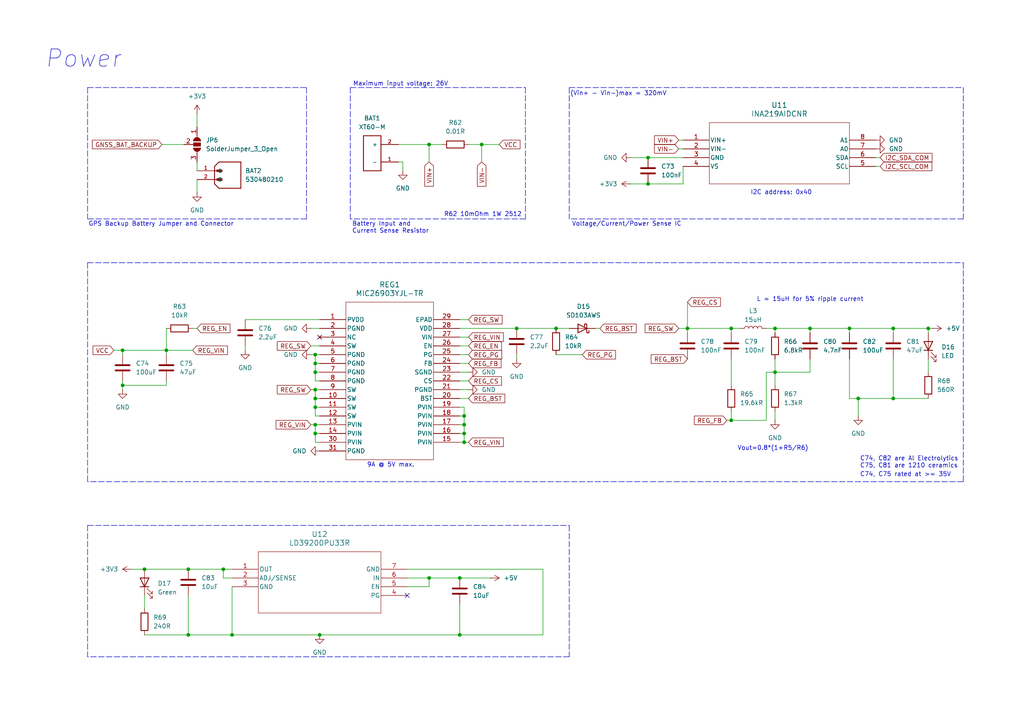
<source format=kicad_sch>
(kicad_sch (version 20231120) (generator "eeschema") (generator_version "8.0")
  (paper "A4")
  (title_block (title "Carte_Embarquée_CRAN_SEGULA") (date "28/03/2025") (rev "11/04/2025"))
  (lib_symbols
    (symbol "Capacitor_Unpolarized:C" (pin_numbers hide) (pin_names (offset 0.254))
      (property "Reference" "C" (at 0.635 2.54 0))
      (property "Value" "C" (at 0.635 -2.54 0))
      (symbol "C_0_1"
        (polyline (pts (xy -2.032 -0.762) (xy 2.032 -0.762)) (stroke (width 0.508)))
        (polyline (pts (xy -2.032 0.762) (xy 2.032 0.762)) (stroke (width 0.508)))
      )
      (symbol "C_1_1"
        (pin passive line (at 0 3.81 270) (length 2.794) (name "~") (number "1"))
        (pin passive line (at 0 -3.81 90) (length 2.794) (name "~") (number "2"))
      )
    )
    (symbol "INA219AIDCNR:INA219AIDCNR" (pin_names (offset 0.254))
      (property "Reference" "U" (at 27.94 10.16 0))
      (property "Value" "INA219AIDCNR" (at 27.94 7.62 0))
      (symbol "INA219AIDCNR_0_1"
        (polyline (pts (xy 7.62 -12.7) (xy 48.26 -12.7)) (stroke (width 0.127)))
        (polyline (pts (xy 7.62 5.08) (xy 7.62 -12.7)) (stroke (width 0.127)))
        (polyline (pts (xy 48.26 -12.7) (xy 48.26 5.08)) (stroke (width 0.127)))
        (polyline (pts (xy 48.26 5.08) (xy 7.62 5.08)) (stroke (width 0.127)))
        (pin input line (at 0 0 0) (length 7.62) (name "VIN+") (number "1"))
        (pin input line (at 0 -2.54 0) (length 7.62) (name "VIN-") (number "2"))
        (pin power_in line (at 0 -5.08 0) (length 7.62) (name "GND") (number "3"))
        (pin power_in line (at 0 -7.62 0) (length 7.62) (name "VS") (number "4"))
        (pin unspecified line (at 55.88 -7.62 180) (length 7.62) (name "SCL") (number "5"))
        (pin unspecified line (at 55.88 -5.08 180) (length 7.62) (name "SDA") (number "6"))
        (pin unspecified line (at 55.88 -2.54 180) (length 7.62) (name "A0") (number "7"))
        (pin unspecified line (at 55.88 0 180) (length 7.62) (name "A1") (number "8"))
      )
    )
    (symbol "Inductor:L" (pin_numbers hide) (pin_names (offset 1.016) hide)
      (property "Reference" "L" (at -1.27 0 90))
      (property "Value" "L" (at 1.905 0 90))
      (symbol "L_0_1"
        (arc (start 0 -2.54) (mid 0.6323 -1.905) (end 0 -1.27))
        (arc (start 0 -1.27) (mid 0.6323 -0.635) (end 0 0))
        (arc (start 0 0) (mid 0.6323 0.635) (end 0 1.27))
        (arc (start 0 1.27) (mid 0.6323 1.905) (end 0 2.54))
      )
      (symbol "L_1_1"
        (pin passive line (at 0 3.81 270) (length 1.27) (name "1") (number "1"))
        (pin passive line (at 0 -3.81 90) (length 1.27) (name "2") (number "2"))
      )
    )
    (symbol "LD39200PU33R:LD39200PU33R" (pin_names (offset 0.254))
      (property "Reference" "U" (at 25.4 10.16 0))
      (property "Value" "LD39200PU33R" (at 25.4 7.62 0))
      (symbol "LD39200PU33R_0_1"
        (polyline (pts (xy 7.62 -12.7) (xy 43.18 -12.7)) (stroke (width 0.127)))
        (polyline (pts (xy 7.62 5.08) (xy 7.62 -12.7)) (stroke (width 0.127)))
        (polyline (pts (xy 43.18 -12.7) (xy 43.18 5.08)) (stroke (width 0.127)))
        (polyline (pts (xy 43.18 5.08) (xy 7.62 5.08)) (stroke (width 0.127)))
        (pin output line (at 0 0 0) (length 7.62) (name "OUT") (number "1"))
        (pin unspecified line (at 0 -2.54 0) (length 7.62) (name "ADJ/SENSE") (number "2"))
        (pin power_out line (at 0 -5.08 0) (length 7.62) (name "GND") (number "3"))
        (pin unspecified line (at 50.8 -7.62 180) (length 7.62) (name "PG") (number "4"))
        (pin unspecified line (at 50.8 -5.08 180) (length 7.62) (name "EN") (number "5"))
        (pin power_in line (at 50.8 -2.54 180) (length 7.62) (name "IN") (number "6"))
        (pin power_out line (at 50.8 0 180) (length 7.62) (name "GND") (number "7"))
      )
    )
    (symbol "LED:LED" (pin_numbers hide) (pin_names (offset 1.016) hide)
      (property "Reference" "D" (at 0 2.54 0))
      (property "Value" "LED" (at 0 -2.54 0))
      (symbol "LED_0_1"
        (polyline (pts (xy -1.27 -1.27) (xy -1.27 1.27)) (stroke (width 0.254)))
        (polyline (pts (xy -1.27 0) (xy 1.27 0)))
        (polyline (pts (xy 1.27 -1.27) (xy 1.27 1.27) (xy -1.27 0) (xy 1.27 -1.27)) (stroke (width 0.254)))
        (polyline (pts (xy -3.048 -0.762) (xy -4.572 -2.286) (xy -3.81 -2.286) (xy -4.572 -2.286) (xy -4.572 -1.524)))
        (polyline (pts (xy -1.778 -0.762) (xy -3.302 -2.286) (xy -2.54 -2.286) (xy -3.302 -2.286) (xy -3.302 -1.524)))
      )
      (symbol "LED_1_1"
        (pin passive line (at -3.81 0 0) (length 2.54) (name "K") (number "1"))
        (pin passive line (at 3.81 0 180) (length 2.54) (name "A") (number "2"))
      )
    )
    (symbol "MIC26903YJL-TR:MIC26903YJL-TR" (pin_names (offset 0.254))
      (property "Reference" "REG" (at 20.32 10.16 0))
      (property "Value" "MIC26903YJL-TR" (at 20.32 7.62 0))
      (symbol "MIC26903YJL-TR_0_1"
        (polyline (pts (xy 7.62 -40.64) (xy 33.02 -40.64)) (stroke (width 0.127)))
        (polyline (pts (xy 7.62 5.08) (xy 7.62 -40.64)) (stroke (width 0.127)))
        (polyline (pts (xy 33.02 -40.64) (xy 33.02 5.08)) (stroke (width 0.127)))
        (polyline (pts (xy 33.02 5.08) (xy 7.62 5.08)) (stroke (width 0.127)))
        (pin power_in line (at 0 0 0) (length 7.62) (name "PVDD") (number "1"))
        (pin output line (at 0 -22.86 0) (length 7.62) (name "SW") (number "10"))
        (pin output line (at 0 -25.4 0) (length 7.62) (name "SW") (number "11"))
        (pin output line (at 0 -27.94 0) (length 7.62) (name "SW") (number "12"))
        (pin input line (at 0 -30.48 0) (length 7.62) (name "PVIN") (number "13"))
        (pin input line (at 0 -33.02 0) (length 7.62) (name "PVIN") (number "14"))
        (pin input line (at 40.64 -35.56 180) (length 7.62) (name "PVIN") (number "15"))
        (pin input line (at 40.64 -33.02 180) (length 7.62) (name "PVIN") (number "16"))
        (pin input line (at 40.64 -30.48 180) (length 7.62) (name "PVIN") (number "17"))
        (pin input line (at 40.64 -27.94 180) (length 7.62) (name "PVIN") (number "18"))
        (pin input line (at 40.64 -25.4 180) (length 7.62) (name "PVIN") (number "19"))
        (pin power_in line (at 0 -2.54 0) (length 7.62) (name "PGND") (number "2"))
        (pin output line (at 40.64 -22.86 180) (length 7.62) (name "BST") (number "20"))
        (pin power_in line (at 40.64 -20.32 180) (length 7.62) (name "PGND") (number "21"))
        (pin input line (at 40.64 -17.78 180) (length 7.62) (name "CS") (number "22"))
        (pin power_in line (at 40.64 -15.24 180) (length 7.62) (name "SGND") (number "23"))
        (pin input line (at 40.64 -12.7 180) (length 7.62) (name "FB") (number "24"))
        (pin output line (at 40.64 -10.16 180) (length 7.62) (name "PG") (number "25"))
        (pin input line (at 40.64 -7.62 180) (length 7.62) (name "EN") (number "26"))
        (pin input line (at 40.64 -5.08 180) (length 7.62) (name "VIN") (number "27"))
        (pin power_in line (at 40.64 -2.54 180) (length 7.62) (name "VDD") (number "28"))
        (pin unspecified line (at 40.64 0 180) (length 7.62) (name "EPAD") (number "29"))
        (pin no_connect line (at 0 -5.08 0) (length 7.62) (name "NC") (number "3"))
        (pin output line (at 0 -7.62 0) (length 7.62) (name "SW") (number "4"))
        (pin power_in line (at 0 -10.16 0) (length 7.62) (name "PGND") (number "5"))
        (pin power_in line (at 0 -12.7 0) (length 7.62) (name "PGND") (number "6"))
        (pin power_in line (at 0 -15.24 0) (length 7.62) (name "PGND") (number "7"))
        (pin power_in line (at 0 -17.78 0) (length 7.62) (name "PGND") (number "8"))
        (pin output line (at 0 -20.32 0) (length 7.62) (name "SW") (number "9"))
      )
      (symbol "MIC26903YJL-TR_1_0"
        (pin input line (at 0 -35.56 0) (length 7.62) (name "PVIN") (number "30"))
        (pin power_in line (at 0 -38.1 0) (length 7.62) (name "PGND") (number "31"))
      )
    )
    (symbol "Resistor:R" (pin_numbers hide) (pin_names (offset 0))
      (property "Reference" "R" (at 2.032 0 90))
      (property "Value" "R" (at 0 0 90))
      (symbol "R_0_1"
        (rectangle (start -1.016 -2.54) (end 1.016 2.54) (stroke (width 0.254)))
      )
      (symbol "R_1_1"
        (pin passive line (at 0 3.81 270) (length 1.27) (name "~") (number "1"))
        (pin passive line (at 0 -3.81 90) (length 1.27) (name "~") (number "2"))
      )
    )
    (symbol "XT60-M:XT60-M" (pin_names (offset 1.016))
      (property "Reference" "BAT" (at -2.54 5.715 0))
      (property "Value" "XT60-M" (at -2.794 -6.35 0))
      (symbol "XT60-M_0_0"
        (polyline (pts (xy -2.54 -5.08) (xy -2.54 5.08)) (stroke (width 0.254)))
        (polyline (pts (xy -2.54 5.08) (xy 2.54 5.08)) (stroke (width 0.254)))
        (polyline (pts (xy 2.54 -5.08) (xy -2.54 -5.08)) (stroke (width 0.254)))
        (polyline (pts (xy 2.54 5.08) (xy 2.54 -5.08)) (stroke (width 0.254)))
        (pin passive line (at -7.62 2.54 0) (length 5.08) (name "-") (number "1"))
        (pin passive line (at -7.62 -2.54 0) (length 5.08) (name "+") (number "2"))
      )
    )
    (symbol "pin_2x1_0530480210:530480210" (pin_names (offset 1.016))
      (property "Reference" "J" (at 0 3.81 0))
      (property "Value" "530480210" (at 0 -7.62 0))
      (symbol "530480210_0_0"
        (polyline (pts (xy 0 -3.81) (xy 1.27 -5.08)) (stroke (width 0.254)))
        (polyline (pts (xy 0 -2.54) (xy 1.905 -2.54)) (stroke (width 0.254)))
        (polyline (pts (xy 0 0) (xy 1.905 0)) (stroke (width 0.254)))
        (polyline (pts (xy 0 1.27) (xy 0 -3.81)) (stroke (width 0.254)))
        (polyline (pts (xy 0 1.27) (xy 1.27 2.54)) (stroke (width 0.254)))
        (polyline (pts (xy 1.27 -5.08) (xy 7.62 -5.08)) (stroke (width 0.254)))
        (polyline (pts (xy 7.62 -5.08) (xy 7.62 2.54)) (stroke (width 0.254)))
        (polyline (pts (xy 7.62 2.54) (xy 1.27 2.54)) (stroke (width 0.254)))
        (rectangle (start 0.635 -2.8575) (end 2.2225 -2.2225) (stroke (width 0.1)) (fill (type outline)))
        (rectangle (start 0.635 -0.3175) (end 2.2225 0.3175) (stroke (width 0.1)) (fill (type outline)))
        (pin passive line (at -5.08 0 0) (length 5.08) (name "1") (number "1"))
        (pin passive line (at -5.08 -2.54 0) (length 5.08) (name "2") (number "2"))
      )
    )
    (symbol "power:+3V3" (power) (pin_numbers hide) (pin_names (offset 0) hide)
      (property "Value" "+3V3" (at 0 3.556 0))
      (symbol "+3V3_0_1"
        (polyline (pts (xy -0.762 1.27) (xy 0 2.54)))
        (polyline (pts (xy 0 0) (xy 0 2.54)))
        (polyline (pts (xy 0 2.54) (xy 0.762 1.27)))
      )
      (symbol "+3V3_1_1"
        (pin power_in line (at 0 0 90) (length 0) (name "~") (number "1"))
      )
    )
    (symbol "power:+5V" (power) (pin_numbers hide) (pin_names (offset 0) hide)
      (property "Value" "+5V" (at 0 3.556 0))
      (symbol "+5V_0_1"
        (polyline (pts (xy -0.762 1.27) (xy 0 2.54)))
        (polyline (pts (xy 0 0) (xy 0 2.54)))
        (polyline (pts (xy 0 2.54) (xy 0.762 1.27)))
      )
      (symbol "+5V_1_1"
        (pin power_in line (at 0 0 90) (length 0) (name "~") (number "1"))
      )
    )
    (symbol "power:GND" (power) (pin_numbers hide) (pin_names (offset 0) hide)
      (property "Value" "GND" (at 0 -3.81 0))
      (symbol "GND_0_1"
        (polyline (pts (xy 0 0) (xy 0 -1.27) (xy 1.27 -1.27) (xy 0 -2.54) (xy -1.27 -1.27) (xy 0 -1.27)))
      )
      (symbol "GND_1_1"
        (pin power_in line (at 0 0 270) (length 0) (name "~") (number "1"))
      )
    )
    (symbol "schottky_SD103AWS:D_Schottky" (pin_numbers hide) (pin_names (offset 1.016) hide)
      (property "Reference" "D3" (at 0 -5.4864 0))
      (property "Value" "SD103AWS" (at 0 -3.175 0))
      (symbol "D_Schottky_0_1"
        (polyline (pts (xy 1.27 0) (xy -1.27 0)))
        (polyline (pts (xy 1.27 1.27) (xy 1.27 -1.27) (xy -1.27 0) (xy 1.27 1.27)) (stroke (width 0.254)))
        (polyline (pts (xy -1.905 0.635) (xy -1.905 1.27) (xy -1.27 1.27) (xy -1.27 -1.27) (xy -0.635 -1.27) (xy -0.635 -0.635)) (stroke (width 0.254)))
      )
      (symbol "D_Schottky_1_1"
        (pin passive line (at -3.81 0 0) (length 2.54) (name "K") (number "1"))
        (pin passive line (at 3.81 0 180) (length 2.54) (name "A") (number "2"))
      )
    )
    (symbol "solderjumper_3_open:SolderJumper_3_Open" (pin_names (offset 0) hide) (exclude_from_sim yes) (in_bom no)
      (property "Reference" "JP" (at -2.54 -2.54 0))
      (property "Value" "SolderJumper_3_Open" (at 0 2.794 0))
      (symbol "SolderJumper_3_Open_0_1"
        (arc (start -1.016 1.016) (mid -2.0276 0) (end -1.016 -1.016))
        (arc (start -1.016 1.016) (mid -2.0276 0) (end -1.016 -1.016) (fill (type outline)))
        (rectangle (start -0.508 1.016) (end 0.508 -1.016) (fill (type outline)))
        (polyline (pts (xy -2.54 0) (xy -2.032 0)))
        (polyline (pts (xy -1.016 1.016) (xy -1.016 -1.016)))
        (polyline (pts (xy 0 -1.27) (xy 0 -1.016)))
        (polyline (pts (xy 1.016 1.016) (xy 1.016 -1.016)))
        (polyline (pts (xy 2.54 0) (xy 2.032 0)))
        (arc (start 1.016 -1.016) (mid 2.0276 0) (end 1.016 1.016))
        (arc (start 1.016 -1.016) (mid 2.0276 0) (end 1.016 1.016) (fill (type outline)))
      )
      (symbol "SolderJumper_3_Open_1_1"
        (pin passive line (at -5.08 0 0) (length 2.54) (name "A") (number "1"))
        (pin passive line (at 0 -3.81 90) (length 2.54) (name "C") (number "2"))
        (pin passive line (at 5.08 0 180) (length 2.54) (name "B") (number "3"))
      )
    )
  )
  (junction (at 91.44 102.87))
  (junction (at 54.61 165.1))
  (junction (at 139.7 41.91))
  (junction (at 134.62 123.19))
  (junction (at 124.46 167.64))
  (junction (at 91.44 115.57))
  (junction (at 48.26 101.6))
  (junction (at 35.56 101.6))
  (junction (at 64.77 165.1))
  (junction (at 248.92 115.57))
  (junction (at 224.79 107.95))
  (junction (at 259.08 95.25))
  (junction (at 187.96 45.72))
  (junction (at 91.44 113.03))
  (junction (at 91.44 107.95))
  (junction (at 224.79 95.25))
  (junction (at 269.24 95.25))
  (junction (at 187.96 53.34))
  (junction (at 67.31 184.15))
  (junction (at 133.35 167.64))
  (junction (at 161.29 95.25))
  (junction (at 133.35 184.15))
  (junction (at 212.09 121.92))
  (junction (at 134.62 120.65))
  (junction (at 246.38 95.25))
  (junction (at 199.39 95.25))
  (junction (at 91.44 125.73))
  (junction (at 134.62 125.73))
  (junction (at 259.08 115.57))
  (junction (at 91.44 118.11))
  (junction (at 41.91 165.1))
  (junction (at 54.61 184.15))
  (junction (at 134.62 128.27))
  (junction (at 212.09 95.25))
  (junction (at 124.46 41.91))
  (junction (at 234.95 95.25))
  (junction (at 92.71 184.15))
  (junction (at 149.86 95.25))
  (junction (at 35.56 111.76))
  (junction (at 91.44 105.41))
  (junction (at 91.44 123.19))
  (no_connect (at 92.71 97.79))
  (no_connect (at 118.11 172.72))
  (wire (pts (xy 133.35 128.27) (xy 134.62 128.27)))
  (wire (pts (xy 224.79 104.14) (xy 224.79 107.95)))
  (wire (pts (xy 234.95 95.25) (xy 234.95 96.52)))
  (wire (pts (xy 91.44 107.95) (xy 91.44 105.41)))
  (wire (pts (xy 35.56 110.49) (xy 35.56 111.76)))
  (polyline (pts (xy 25.4 76.2) (xy 25.4 139.7)) (stroke (width 0) (type dash)))
  (wire (pts (xy 224.79 107.95) (xy 234.95 107.95)))
  (wire (pts (xy 57.15 46.99) (xy 57.15 49.53)))
  (wire (pts (xy 91.44 113.03) (xy 92.71 113.03)))
  (wire (pts (xy 133.35 105.41) (xy 135.89 105.41)))
  (wire (pts (xy 134.62 123.19) (xy 134.62 125.73)))
  (wire (pts (xy 91.44 110.49) (xy 91.44 107.95)))
  (polyline (pts (xy 88.9 25.4) (xy 88.9 63.5)) (stroke (width 0) (type dash)))
  (wire (pts (xy 133.35 123.19) (xy 134.62 123.19)))
  (wire (pts (xy 139.7 41.91) (xy 139.7 46.99)))
  (wire (pts (xy 135.89 107.95) (xy 133.35 107.95)))
  (wire (pts (xy 64.77 165.1) (xy 54.61 165.1)))
  (wire (pts (xy 187.96 45.72) (xy 198.12 45.72)))
  (wire (pts (xy 64.77 167.64) (xy 64.77 165.1)))
  (polyline (pts (xy 101.6 25.4) (xy 152.4 25.4)) (stroke (width 0) (type dash)))
  (wire (pts (xy 133.35 97.79) (xy 135.89 97.79)))
  (wire (pts (xy 254 48.26) (xy 255.27 48.26)))
  (wire (pts (xy 91.44 107.95) (xy 92.71 107.95)))
  (wire (pts (xy 91.44 115.57) (xy 91.44 113.03)))
  (wire (pts (xy 118.11 165.1) (xy 157.48 165.1)))
  (wire (pts (xy 91.44 118.11) (xy 91.44 115.57)))
  (wire (pts (xy 133.35 167.64) (xy 142.24 167.64)))
  (wire (pts (xy 116.84 46.99) (xy 116.84 49.53)))
  (wire (pts (xy 198.12 53.34) (xy 198.12 48.26)))
  (wire (pts (xy 48.26 111.76) (xy 48.26 110.49)))
  (wire (pts (xy 133.35 110.49) (xy 135.89 110.49)))
  (wire (pts (xy 91.44 105.41) (xy 91.44 102.87)))
  (wire (pts (xy 135.89 113.03) (xy 133.35 113.03)))
  (wire (pts (xy 71.12 100.33) (xy 71.12 101.6)))
  (wire (pts (xy 172.72 95.25) (xy 173.99 95.25)))
  (wire (pts (xy 212.09 104.14) (xy 212.09 111.76)))
  (wire (pts (xy 139.7 41.91) (xy 144.78 41.91)))
  (wire (pts (xy 48.26 95.25) (xy 48.26 101.6)))
  (wire (pts (xy 269.24 96.52) (xy 269.24 95.25)))
  (wire (pts (xy 212.09 95.25) (xy 214.63 95.25)))
  (wire (pts (xy 133.35 118.11) (xy 134.62 118.11)))
  (wire (pts (xy 196.85 95.25) (xy 199.39 95.25)))
  (wire (pts (xy 182.88 53.34) (xy 187.96 53.34)))
  (polyline (pts (xy 279.4 139.7) (xy 25.4 139.7)) (stroke (width 0) (type dash)))
  (wire (pts (xy 91.44 123.19) (xy 92.71 123.19)))
  (wire (pts (xy 124.46 41.91) (xy 124.46 46.99)))
  (wire (pts (xy 35.56 102.87) (xy 35.56 101.6)))
  (polyline (pts (xy 279.4 76.2) (xy 279.4 139.7)) (stroke (width 0) (type dash)))
  (wire (pts (xy 48.26 101.6) (xy 55.88 101.6)))
  (wire (pts (xy 224.79 95.25) (xy 234.95 95.25)))
  (wire (pts (xy 134.62 118.11) (xy 134.62 120.65)))
  (polyline (pts (xy 165.1 25.4) (xy 279.4 25.4)) (stroke (width 0) (type dash)))
  (wire (pts (xy 90.17 100.33) (xy 92.71 100.33)))
  (wire (pts (xy 91.44 128.27) (xy 91.44 125.73)))
  (polyline (pts (xy 25.4 25.4) (xy 88.9 25.4)) (stroke (width 0) (type dash)))
  (wire (pts (xy 71.12 92.71) (xy 92.71 92.71)))
  (wire (pts (xy 41.91 184.15) (xy 54.61 184.15)))
  (wire (pts (xy 35.56 101.6) (xy 48.26 101.6)))
  (wire (pts (xy 115.57 41.91) (xy 124.46 41.91)))
  (wire (pts (xy 133.35 92.71) (xy 135.89 92.71)))
  (wire (pts (xy 124.46 167.64) (xy 133.35 167.64)))
  (wire (pts (xy 35.56 111.76) (xy 35.56 113.03)))
  (wire (pts (xy 67.31 165.1) (xy 64.77 165.1)))
  (polyline (pts (xy 88.9 63.5) (xy 25.4 63.5)) (stroke (width 0) (type dash)))
  (wire (pts (xy 196.85 40.64) (xy 198.12 40.64)))
  (wire (pts (xy 161.29 102.87) (xy 168.91 102.87)))
  (wire (pts (xy 124.46 170.18) (xy 124.46 167.64)))
  (wire (pts (xy 91.44 118.11) (xy 92.71 118.11)))
  (wire (pts (xy 199.39 95.25) (xy 212.09 95.25)))
  (polyline (pts (xy 25.4 25.4) (xy 25.4 63.5)) (stroke (width 0) (type dash)))
  (polyline (pts (xy 25.4 76.2) (xy 279.4 76.2)) (stroke (width 0) (type dash)))
  (wire (pts (xy 118.11 167.64) (xy 124.46 167.64)))
  (wire (pts (xy 134.62 120.65) (xy 134.62 123.19)))
  (wire (pts (xy 46.99 41.91) (xy 53.34 41.91)))
  (polyline (pts (xy 165.1 152.4) (xy 165.1 190.5)) (stroke (width 0) (type dash)))
  (wire (pts (xy 41.91 172.72) (xy 41.91 176.53)))
  (wire (pts (xy 67.31 184.15) (xy 92.71 184.15)))
  (wire (pts (xy 234.95 95.25) (xy 246.38 95.25)))
  (wire (pts (xy 54.61 172.72) (xy 54.61 184.15)))
  (polyline (pts (xy 25.4 152.4) (xy 25.4 190.5)) (stroke (width 0) (type dash)))
  (wire (pts (xy 133.35 120.65) (xy 134.62 120.65)))
  (wire (pts (xy 41.91 165.1) (xy 38.1 165.1)))
  (wire (pts (xy 246.38 104.14) (xy 246.38 115.57)))
  (wire (pts (xy 134.62 128.27) (xy 135.89 128.27)))
  (wire (pts (xy 187.96 53.34) (xy 198.12 53.34)))
  (wire (pts (xy 92.71 125.73) (xy 91.44 125.73)))
  (wire (pts (xy 222.25 95.25) (xy 224.79 95.25)))
  (wire (pts (xy 91.44 120.65) (xy 91.44 118.11)))
  (wire (pts (xy 115.57 46.99) (xy 116.84 46.99)))
  (wire (pts (xy 259.08 115.57) (xy 269.24 115.57)))
  (wire (pts (xy 259.08 95.25) (xy 269.24 95.25)))
  (wire (pts (xy 149.86 95.25) (xy 161.29 95.25)))
  (wire (pts (xy 90.17 95.25) (xy 92.71 95.25)))
  (wire (pts (xy 196.85 43.18) (xy 198.12 43.18)))
  (wire (pts (xy 157.48 184.15) (xy 133.35 184.15)))
  (wire (pts (xy 254 45.72) (xy 255.27 45.72)))
  (wire (pts (xy 133.35 102.87) (xy 135.89 102.87)))
  (polyline (pts (xy 101.6 25.4) (xy 101.6 63.5)) (stroke (width 0) (type dash)))
  (wire (pts (xy 92.71 110.49) (xy 91.44 110.49)))
  (wire (pts (xy 269.24 104.14) (xy 269.24 107.95)))
  (wire (pts (xy 54.61 165.1) (xy 41.91 165.1)))
  (wire (pts (xy 222.25 107.95) (xy 224.79 107.95)))
  (wire (pts (xy 124.46 41.91) (xy 128.27 41.91)))
  (wire (pts (xy 133.35 184.15) (xy 92.71 184.15)))
  (wire (pts (xy 199.39 95.25) (xy 199.39 96.52)))
  (polyline (pts (xy 279.4 25.4) (xy 279.4 63.5)) (stroke (width 0) (type dash)))
  (polyline (pts (xy 25.4 152.4) (xy 165.1 152.4)) (stroke (width 0) (type dash)))
  (wire (pts (xy 149.86 102.87) (xy 149.86 104.14)))
  (polyline (pts (xy 165.1 190.5) (xy 25.4 190.5)) (stroke (width 0) (type dash)))
  (wire (pts (xy 246.38 95.25) (xy 259.08 95.25)))
  (wire (pts (xy 259.08 104.14) (xy 259.08 115.57)))
  (wire (pts (xy 133.35 175.26) (xy 133.35 184.15)))
  (wire (pts (xy 133.35 115.57) (xy 135.89 115.57)))
  (wire (pts (xy 55.88 95.25) (xy 57.15 95.25)))
  (wire (pts (xy 133.35 95.25) (xy 149.86 95.25)))
  (wire (pts (xy 91.44 125.73) (xy 91.44 123.19)))
  (wire (pts (xy 210.82 121.92) (xy 212.09 121.92)))
  (wire (pts (xy 57.15 33.02) (xy 57.15 36.83)))
  (wire (pts (xy 246.38 115.57) (xy 248.92 115.57)))
  (wire (pts (xy 212.09 119.38) (xy 212.09 121.92)))
  (wire (pts (xy 48.26 102.87) (xy 48.26 101.6)))
  (wire (pts (xy 212.09 121.92) (xy 222.25 121.92)))
  (wire (pts (xy 199.39 87.63) (xy 199.39 95.25)))
  (wire (pts (xy 224.79 107.95) (xy 224.79 111.76)))
  (wire (pts (xy 67.31 167.64) (xy 64.77 167.64)))
  (wire (pts (xy 91.44 115.57) (xy 92.71 115.57)))
  (wire (pts (xy 92.71 120.65) (xy 91.44 120.65)))
  (polyline (pts (xy 279.4 63.5) (xy 165.1 63.5)) (stroke (width 0) (type dash)))
  (wire (pts (xy 67.31 170.18) (xy 67.31 184.15)))
  (wire (pts (xy 212.09 95.25) (xy 212.09 96.52)))
  (wire (pts (xy 224.79 95.25) (xy 224.79 96.52)))
  (wire (pts (xy 90.17 123.19) (xy 91.44 123.19)))
  (wire (pts (xy 248.92 115.57) (xy 248.92 120.65)))
  (wire (pts (xy 161.29 95.25) (xy 165.1 95.25)))
  (wire (pts (xy 182.88 45.72) (xy 187.96 45.72)))
  (wire (pts (xy 118.11 170.18) (xy 124.46 170.18)))
  (wire (pts (xy 90.17 113.03) (xy 91.44 113.03)))
  (wire (pts (xy 259.08 95.25) (xy 259.08 96.52)))
  (wire (pts (xy 234.95 107.95) (xy 234.95 104.14)))
  (wire (pts (xy 246.38 96.52) (xy 246.38 95.25)))
  (wire (pts (xy 224.79 119.38) (xy 224.79 121.92)))
  (polyline (pts (xy 165.1 25.4) (xy 165.1 63.5)) (stroke (width 0) (type dash)))
  (wire (pts (xy 135.89 41.91) (xy 139.7 41.91)))
  (wire (pts (xy 33.02 101.6) (xy 35.56 101.6)))
  (wire (pts (xy 92.71 128.27) (xy 91.44 128.27)))
  (wire (pts (xy 91.44 102.87) (xy 92.71 102.87)))
  (wire (pts (xy 91.44 105.41) (xy 92.71 105.41)))
  (wire (pts (xy 157.48 165.1) (xy 157.48 184.15)))
  (wire (pts (xy 133.35 100.33) (xy 135.89 100.33)))
  (wire (pts (xy 48.26 111.76) (xy 35.56 111.76)))
  (wire (pts (xy 57.15 52.07) (xy 57.15 55.88)))
  (wire (pts (xy 133.35 125.73) (xy 134.62 125.73)))
  (wire (pts (xy 248.92 115.57) (xy 259.08 115.57)))
  (wire (pts (xy 270.51 95.25) (xy 269.24 95.25)))
  (polyline (pts (xy 152.4 25.4) (xy 152.4 63.5)) (stroke (width 0) (type dash)))
  (wire (pts (xy 222.25 107.95) (xy 222.25 121.92)))
  (wire (pts (xy 54.61 184.15) (xy 67.31 184.15)))
  (wire (pts (xy 90.17 102.87) (xy 91.44 102.87)))
  (wire (pts (xy 134.62 125.73) (xy 134.62 128.27)))
  (polyline (pts (xy 152.4 63.5) (xy 101.6 63.5)) (stroke (width 0) (type dash)))
  (text "Vout=0.8*(1+R5/R6)" (at 213.868 130.81 0) (effects (font (size 1.27 1.27)) (justify left bottom)))
  (text "R62 10mOhm 1W 2512" (at 128.778 62.992 0) (effects (font (size 1.27 1.27)) (justify left bottom)))
  (text "Maximum input voltage: 26V" (at 102.362 25.146 0) (effects (font (size 1.27 1.27)) (justify left bottom)))
  (text "9A @ 5V max." (at 106.426 135.636 0) (effects (font (size 1.27 1.27)) (justify left bottom)))
  (text "Battery Input and\nCurrent Sense Resistor" (at 102.108 67.818 0) (effects (font (size 1.27 1.27)) (justify left bottom)))
  (text "I2C address: 0x40" (at 217.678 56.642 0) (effects (font (size 1.27 1.27)) (justify left bottom)))
  (text "C74, C82 are Al Electrolytics\nC75, C81 are 1210 ceramics" (at 249.428 135.89 0) (effects (font (size 1.27 1.27)) (justify left bottom)))
  (text "L = 15uH for 5% ripple current" (at 219.456 87.63 0) (effects (font (size 1.27 1.27)) (justify left bottom)))
  (text "Voltage/Current/Power Sense IC" (at 165.862 65.786 0) (effects (font (size 1.27 1.27)) (justify left bottom)))
  (text "GPS Backup Battery Jumper and Connector" (at 25.654 65.786 0) (effects (font (size 1.27 1.27)) (justify left bottom)))
  (text "(Vin+ - Vin-)max = 320mV" (at 165.354 27.94 0) (effects (font (size 1.27 1.27)) (justify left bottom)))
  (text "C74, C75 rated at >= 35V" (at 249.428 138.43 0) (effects (font (size 1.27 1.27)) (justify left bottom)))
  (text "Power " (at 12.954 20.066 0) (effects (font (size 5.0038 5.0038) (italic yes)) (justify left bottom)))
  (global_label "REG_SW" (shape input) (at 90.17 113.03 180) (property "Intersheetrefs" "${INTERSHEET_REFS}" (effects (hide yes))))
  (global_label "REG_BST" (shape input) (at 173.99 95.25 0) (property "Intersheetrefs" "${INTERSHEET_REFS}" (effects (hide yes))))
  (global_label "VIN-" (shape input) (at 196.85 43.18 180) (property "Intersheetrefs" "${INTERSHEET_REFS}" (effects (hide yes))))
  (global_label "REG_VIN" (shape input) (at 135.89 97.79 0) (property "Intersheetrefs" "${INTERSHEET_REFS}" (effects (hide yes))))
  (global_label "REG_SW" (shape input) (at 196.85 95.25 180) (property "Intersheetrefs" "${INTERSHEET_REFS}" (effects (hide yes))))
  (global_label "REG_VIN" (shape input) (at 135.89 128.27 0) (property "Intersheetrefs" "${INTERSHEET_REFS}" (effects (hide yes))))
  (global_label "REG_SW" (shape input) (at 90.17 100.33 180) (property "Intersheetrefs" "${INTERSHEET_REFS}" (effects (hide yes))))
  (global_label "VIN-" (shape input) (at 139.7 46.99 270) (property "Intersheetrefs" "${INTERSHEET_REFS}" (effects (hide yes))))
  (global_label "VIN+" (shape input) (at 196.85 40.64 180) (property "Intersheetrefs" "${INTERSHEET_REFS}" (effects (hide yes))))
  (global_label "REG_PG" (shape input) (at 168.91 102.87 0) (property "Intersheetrefs" "${INTERSHEET_REFS}" (effects (hide yes))))
  (global_label "REG_BST" (shape input) (at 199.39 104.14 180) (property "Intersheetrefs" "${INTERSHEET_REFS}" (effects (hide yes))))
  (global_label "REG_FB" (shape input) (at 210.82 121.92 180) (property "Intersheetrefs" "${INTERSHEET_REFS}" (effects (hide yes))))
  (global_label "REG_EN" (shape input) (at 135.89 100.33 0) (property "Intersheetrefs" "${INTERSHEET_REFS}" (effects (hide yes))))
  (global_label "REG_BST" (shape input) (at 135.89 115.57 0) (property "Intersheetrefs" "${INTERSHEET_REFS}" (effects (hide yes))))
  (global_label "I2C_SDA_COM" (shape input) (at 255.27 45.72 0) (property "Intersheetrefs" "${INTERSHEET_REFS}" (effects (hide yes))))
  (global_label "VIN+" (shape input) (at 124.46 46.99 270) (property "Intersheetrefs" "${INTERSHEET_REFS}" (effects (hide yes))))
  (global_label "GNSS_BAT_BACKUP" (shape input) (at 46.99 41.91 180) (property "Intersheetrefs" "${INTERSHEET_REFS}" (effects (hide yes))))
  (global_label "REG_EN" (shape input) (at 57.15 95.25 0) (property "Intersheetrefs" "${INTERSHEET_REFS}" (effects (hide yes))))
  (global_label "REG_CS" (shape input) (at 135.89 110.49 0) (property "Intersheetrefs" "${INTERSHEET_REFS}" (effects (hide yes))))
  (global_label "VCC" (shape input) (at 33.02 101.6 180) (property "Intersheetrefs" "${INTERSHEET_REFS}" (effects (hide yes))))
  (global_label "REG_CS" (shape input) (at 199.39 87.63 0) (property "Intersheetrefs" "${INTERSHEET_REFS}" (effects (hide yes))))
  (global_label "REG_PG" (shape input) (at 135.89 102.87 0) (property "Intersheetrefs" "${INTERSHEET_REFS}" (effects (hide yes))))
  (global_label "VCC" (shape input) (at 144.78 41.91 0) (property "Intersheetrefs" "${INTERSHEET_REFS}" (effects (hide yes))))
  (global_label "REG_FB" (shape input) (at 135.89 105.41 0) (property "Intersheetrefs" "${INTERSHEET_REFS}" (effects (hide yes))))
  (global_label "REG_VIN" (shape input) (at 55.88 101.6 0) (property "Intersheetrefs" "${INTERSHEET_REFS}" (effects (hide yes))))
  (global_label "REG_SW" (shape input) (at 135.89 92.71 0) (property "Intersheetrefs" "${INTERSHEET_REFS}" (effects (hide yes))))
  (global_label "REG_VIN" (shape input) (at 90.17 123.19 180) (property "Intersheetrefs" "${INTERSHEET_REFS}" (effects (hide yes))))
  (global_label "I2C_SCL_COM" (shape input) (at 255.27 48.26 0) (property "Intersheetrefs" "${INTERSHEET_REFS}" (effects (hide yes))))
  (symbol (lib_id "power:GND") (at 135.89 107.95 90) (unit 1)
    (property "Reference" "#PWR171" (effects (hide yes)))
    (property "Value" "GND" (at 139.7 107.9499 90) (effects (justify right)))
    (property "Description" "Power symbol creates a global label with name \"GND\" , ground" (effects (hide yes)))
  )
  (symbol (lib_id "Resistor:R") (at 41.91 180.34 0) (unit 1)
    (property "Reference" "R69" (at 44.45 179.0699 0) (effects (justify left)))
    (property "Value" "240R" (at 44.45 181.6099 0) (effects (justify left)))
    (property "Footprint" "Resistor_240R_ERJ-PA3F2400V:RES_ERJPA3F2400V" (effects (hide yes)))
    (property "Datasheet" "ERJ-PA3F2400V" (effects (hide yes)))
    (property "Description" "Resistor ERJ-PA3F2400V" (effects (hide yes)))
  )
  (symbol (lib_id "power:GND") (at 254 40.64 90) (unit 1)
    (property "Reference" "#PWR165" (effects (hide yes)))
    (property "Value" "GND" (at 257.81 40.6399 90) (effects (justify right)))
    (property "Description" "Power symbol creates a global label with name \"GND\" , ground" (effects (hide yes)))
  )
  (symbol (lib_id "Inductor:L") (at 218.44 95.25 90) (unit 1)
    (property "Reference" "L3" (at 218.44 90.17 90))
    (property "Value" "15uH" (at 218.44 92.71 90))
    (property "Footprint" "Inductor_15uH_SRP1265A-150M:IND_SRP1265A-150M" (effects (hide yes)))
    (property "Datasheet" "SRP1265A-150M" (effects (hide yes)))
    (property "Description" "Inductor SRP1265A-150M" (effects (hide yes)))
  )
  (symbol (lib_id "Resistor:R") (at 224.79 100.33 0) (unit 1)
    (property "Reference" "R66" (at 227.33 99.0599 0) (effects (justify left)))
    (property "Value" "6.8kR" (at 227.33 101.5999 0) (effects (justify left)))
    (property "Footprint" "Resistor_6_8kR_RK73H2ATTD6R80F:RESC2012X60N" (effects (hide yes)))
    (property "Datasheet" "RK73H2ATTD6R80F" (effects (hide yes)))
    (property "Description" "Resistor RK73H2ATTD6R80F" (effects (hide yes)))
  )
  (symbol (lib_id "power:GND") (at 71.12 101.6 0) (unit 1)
    (property "Reference" "#PWR172" (effects (hide yes)))
    (property "Value" "GND" (at 71.12 106.68 0))
    (property "Description" "Power symbol creates a global label with name \"GND\" , ground" (effects (hide yes)))
  )
  (symbol (lib_id "Resistor:R") (at 269.24 111.76 0) (unit 1)
    (property "Reference" "R68" (at 271.78 110.4899 0) (effects (justify left)))
    (property "Value" "560R" (at 271.78 113.0299 0) (effects (justify left)))
    (property "Footprint" "Resistor_560R_ERJ-PA3F5600V:RES_ERJPA3F5600V" (effects (hide yes)))
    (property "Datasheet" "ERJ-PA3F5600V" (effects (hide yes)))
    (property "Description" "Resistor ERJ-PA3F5600V" (effects (hide yes)))
  )
  (symbol (lib_id "power:GND") (at 135.89 113.03 90) (unit 1)
    (property "Reference" "#PWR170" (effects (hide yes)))
    (property "Value" "GND" (at 139.7 113.0299 90) (effects (justify right)))
    (property "Description" "Power symbol creates a global label with name \"GND\" , ground" (effects (hide yes)))
  )
  (symbol (lib_id "power:GND") (at 90.17 102.87 270) (unit 1)
    (property "Reference" "#PWR169" (effects (hide yes)))
    (property "Value" "GND" (at 86.36 102.8699 90) (effects (justify right)))
    (property "Description" "Power symbol creates a global label with name \"GND\" , ground" (effects (hide yes)))
  )
  (symbol (lib_id "MIC26903YJL-TR:MIC26903YJL-TR") (at 92.71 92.71 0) (unit 1)
    (property "Reference" "REG1" (at 113.03 82.55 0) (effects (font (size 1.524 1.524))))
    (property "Value" "MIC26903YJL-TR" (at 113.03 85.09 0) (effects (font (size 1.524 1.524))))
    (property "Footprint" "MIC26903YJL-TR:MIC24054YJLTR" (effects (hide yes)))
    (property "Datasheet" "MIC26903YJL-TR" (effects (hide yes)))
  )
  (symbol (lib_id "Capacitor_Unpolarized:C") (at 259.08 100.33 0) (unit 1)
    (property "Reference" "C81" (at 262.89 99.0599 0) (effects (justify left)))
    (property "Value" "47uF" (at 262.89 101.5999 0) (effects (justify left)))
    (property "Footprint" "Capacitor_47uF_C5750X7R1V476M230KC:CAP_C5750X7R1V476M230KC" (effects (hide yes)))
    (property "Description" "Unpolarized capacitor" (effects (hide yes)))
  )
  (symbol (lib_id "power:GND") (at 248.92 120.65 0) (unit 1)
    (property "Reference" "#PWR175" (effects (hide yes)))
    (property "Value" "GND" (at 248.92 125.73 0))
    (property "Description" "Power symbol creates a global label with name \"GND\" , ground" (effects (hide yes)))
  )
  (symbol (lib_id "power:+3V3") (at 57.15 33.02 0) (unit 1)
    (property "Reference" "#PWR160" (effects (hide yes)))
    (property "Value" "+3V3" (at 57.15 27.94 0))
    (property "Description" "Power symbol creates a global label with name \"+3V3\"" (effects (hide yes)))
  )
  (symbol (lib_id "LED:LED") (at 269.24 100.33 90) (unit 1)
    (property "Reference" "D16" (at 273.05 100.6474 90) (effects (justify right)))
    (property "Value" "LED" (at 273.05 103.1874 90) (effects (justify right)))
    (property "Footprint" "LED_Green_5990081007F:599-0081-007F_DIA" (effects (hide yes)))
    (property "Datasheet" "5990081007F" (effects (hide yes)))
    (property "Description" "Light emitting diode 5990081007F" (effects (hide yes)))
  )
  (symbol (lib_id "Capacitor_Unpolarized:C") (at 133.35 171.45 0) (unit 1)
    (property "Reference" "C84" (at 137.16 170.1799 0) (effects (justify left)))
    (property "Value" "10uF" (at 137.16 172.7199 0) (effects (justify left)))
    (property "Footprint" "Capacitor_10uF_GRM188R61E106KA73J:CAPC1608X100N" (effects (hide yes)))
    (property "Datasheet" "GRM188R61E106KA73J" (effects (hide yes)))
    (property "Description" "Unpolarized capacitor GRM188R61E106KA73J" (effects (hide yes)))
  )
  (symbol (lib_id "XT60-M:XT60-M") (at 107.95 44.45 180) (unit 1)
    (property "Reference" "BAT1" (at 107.95 34.29 0))
    (property "Value" "XT60-M" (at 107.95 36.83 0))
    (property "Footprint" "XT60-M:AMASS_XT60-M" (effects (hide yes)))
    (property "Datasheet" "Package Analog Devices" (effects (hide yes)))
    (property "Field5" "None" (effects (hide yes)))
    (property "Field6" "XT60-M" (effects (hide yes)))
    (property "Field7" "Unavailable" (effects (hide yes)))
    (property "Field8" "AMASS" (effects (hide yes)))
  )
  (symbol (lib_id "Resistor:R") (at 224.79 115.57 0) (unit 1)
    (property "Reference" "R67" (at 227.33 114.2999 0) (effects (justify left)))
    (property "Value" "1.3kR" (at 227.33 116.8399 0) (effects (justify left)))
    (property "Footprint" "Resistor_1_3kR_RK73H2ATTD1301F:RK73H2ATTD1301F" (effects (hide yes)))
    (property "Datasheet" "RK73H2ATTD1301F" (effects (hide yes)))
    (property "Description" "Resistor RK73H2ATTD1301F" (effects (hide yes)))
  )
  (symbol (lib_id "Resistor:R") (at 212.09 115.57 0) (unit 1)
    (property "Reference" "R65" (at 214.63 114.2999 0) (effects (justify left)))
    (property "Value" "19.6kR" (at 214.63 116.8399 0) (effects (justify left)))
    (property "Footprint" "Resistor_19_6kR_ERJ-PB6B1962V:RES_ERJ-PB6B1962V" (effects (hide yes)))
    (property "Datasheet" "ERJ-PB6B1962V" (effects (hide yes)))
    (property "Description" "Resistor ERJ-PB6B1962V" (effects (hide yes)))
  )
  (symbol (lib_id "power:GND") (at 35.56 113.03 0) (unit 1)
    (property "Reference" "#PWR167" (effects (hide yes)))
    (property "Value" "GND" (at 35.56 118.11 0))
    (property "Description" "Power symbol creates a global label with name \"GND\" , ground" (effects (hide yes)))
  )
  (symbol (lib_id "power:GND") (at 224.79 121.92 0) (unit 1)
    (property "Reference" "#PWR176" (effects (hide yes)))
    (property "Value" "GND" (at 224.79 127 0))
    (property "Description" "Power symbol creates a global label with name \"GND\" , ground" (effects (hide yes)))
  )
  (symbol (lib_id "pin_2x1_0530480210:530480210") (at 62.23 49.53 0) (unit 1)
    (property "Reference" "BAT2" (at 71.12 49.5299 0) (effects (justify left)))
    (property "Value" "530480210" (at 71.12 52.0699 0) (effects (justify left)))
    (property "Footprint" "pin_2x1_0530480210:MOLEX_530480210" (effects (hide yes)))
    (property "PARTREV" "A" (effects (hide yes)))
    (property "STANDARD" "Manufacturer Recommendations" (effects (hide yes)))
    (property "MAXIMUM_PACKAGE_HEIGHT" "3.5 mm" (effects (hide yes)))
    (property "MANUFACTURER" "Molex" (effects (hide yes)))
  )
  (symbol (lib_id "Resistor:R") (at 52.07 95.25 90) (unit 1)
    (property "Reference" "R63" (at 52.07 88.9 90))
    (property "Value" "10kR" (at 52.07 91.44 90))
    (property "Footprint" "Resistor_10kR_ERJ-T06J103V:RESC2012X70N" (effects (hide yes)))
    (property "Datasheet" "ERJ-T06J103V" (effects (hide yes)))
    (property "Description" "Resistor ERJ-T06J103V" (effects (hide yes)))
  )
  (symbol (lib_id "power:+3V3") (at 182.88 53.34 90) (unit 1)
    (property "Reference" "#PWR195" (effects (hide yes)))
    (property "Value" "+3V3" (at 179.07 53.3399 90) (effects (justify left)))
    (property "Description" "Power symbol creates a global label with name \"+3V3\"" (effects (hide yes)))
  )
  (symbol (lib_id "INA219AIDCNR:INA219AIDCNR") (at 198.12 40.64 0) (unit 1)
    (property "Reference" "U11" (at 226.06 30.48 0) (effects (font (size 1.524 1.524))))
    (property "Value" "INA219AIDCNR" (at 226.06 33.02 0) (effects (font (size 1.524 1.524))))
    (property "Footprint" "INA219AIDCNR:DCN8" (effects (hide yes)))
    (property "Datasheet" "INA219AIDCNR" (effects (hide yes)))
  )
  (symbol (lib_id "Capacitor_Unpolarized:C") (at 234.95 100.33 0) (unit 1)
    (property "Reference" "C80" (at 238.76 99.0599 0) (effects (justify left)))
    (property "Value" "4.7nF" (at 238.76 101.5999 0) (effects (justify left)))
    (property "Footprint" "Capacitor_4.7nF_C0805C472J3GEC7210:CAPC220145_100N_KEM" (effects (hide yes)))
    (property "Description" "Unpolarized capacitor" (effects (hide yes)))
  )
  (symbol (lib_id "power:GND") (at 149.86 104.14 0) (unit 1)
    (property "Reference" "#PWR173" (effects (hide yes)))
    (property "Value" "GND" (at 149.86 109.22 0))
    (property "Description" "Power symbol creates a global label with name \"GND\" , ground" (effects (hide yes)))
  )
  (symbol (lib_id "Capacitor_Unpolarized:C") (at 48.26 106.68 0) (unit 1)
    (property "Reference" "C75" (at 52.07 105.4099 0) (effects (justify left)))
    (property "Value" "47uF" (at 52.07 107.9499 0) (effects (justify left)))
    (property "Footprint" "Capacitor_47uF_C5750X7R1V476M230KC:CAP_C5750X7R1V476M230KC" (effects (hide yes)))
    (property "Description" "Unpolarized capacitor" (effects (hide yes)))
  )
  (symbol (lib_id "power:GND") (at 116.84 49.53 0) (unit 1)
    (property "Reference" "#PWR162" (effects (hide yes)))
    (property "Value" "GND" (at 116.84 54.61 0))
    (property "Description" "Power symbol creates a global label with name \"GND\" , ground" (effects (hide yes)))
  )
  (symbol (lib_id "power:+5V") (at 142.24 167.64 270) (unit 1)
    (property "Reference" "#PWR178" (effects (hide yes)))
    (property "Value" "+5V" (at 146.05 167.6399 90) (effects (justify left)))
    (property "Description" "Power symbol creates a global label with name \"+5V\"" (effects (hide yes)))
  )
  (symbol (lib_id "LD39200PU33R:LD39200PU33R") (at 67.31 165.1 0) (unit 1)
    (property "Reference" "U12" (at 92.71 154.94 0) (effects (font (size 1.524 1.524))))
    (property "Value" "LD39200PU33R" (at 92.71 157.48 0) (effects (font (size 1.524 1.524))))
    (property "Footprint" "LD39200PU33R:SON_DFN6_3X3_STM" (effects (hide yes)))
    (property "Datasheet" "LD39200PU33R" (effects (hide yes)))
  )
  (symbol (lib_id "schottky_SD103AWS:D_Schottky") (at 168.91 95.25 180) (unit 1)
    (property "Reference" "D15" (at 169.2275 88.9 0))
    (property "Value" "SD103AWS" (at 169.2275 91.44 0))
    (property "Footprint" "D_Schottky_SD103AWS:D_SOD-323" (effects (hide yes)))
  )
  (symbol (lib_id "Capacitor_Unpolarized:C") (at 187.96 49.53 0) (unit 1)
    (property "Reference" "C73" (at 191.77 48.2599 0) (effects (justify left)))
    (property "Value" "100nF" (at 191.77 50.7999 0) (effects (justify left)))
    (property "Footprint" "Capacitor_100nF_GRM155C71H104JE19D:CAPC1005X55N" (effects (hide yes)))
    (property "Datasheet" "GRM155C71H104JE19D" (effects (hide yes)))
    (property "Description" "Unpolarized capacitor GRM155C71H104JE19D" (effects (hide yes)))
  )
  (symbol (lib_id "Capacitor_Unpolarized:C") (at 199.39 100.33 0) (unit 1)
    (property "Reference" "C78" (at 203.2 99.0599 0) (effects (justify left)))
    (property "Value" "100nF" (at 203.2 101.5999 0) (effects (justify left)))
    (property "Footprint" "Capacitor_100nF_C0805X104K5RAC3316:CAPC230155_120N_KEM" (effects (hide yes)))
    (property "Description" "Unpolarized capacitor C0805X104K5RAC3316" (effects (hide yes)))
  )
  (symbol (lib_id "Resistor:R") (at 132.08 41.91 90) (unit 1)
    (property "Reference" "R62" (at 132.08 35.56 90))
    (property "Value" "0.01R" (at 132.08 38.1 90))
    (property "Footprint" "Resistor_0_01R_PE2512FKE7W0R01Z:RES_PE2512_YAG" (effects (hide yes)))
    (property "Datasheet" "PE2512FKE7W0R01Z" (effects (hide yes)))
    (property "Description" "Resistor PE2512FKE7W0R01Z" (effects (hide yes)))
  )
  (symbol (lib_id "solderjumper_3_open:SolderJumper_3_Open") (at 57.15 41.91 270) (unit 1) (exclude_from_sim yes) (in_bom no)
    (property "Reference" "JP6" (at 59.69 40.6399 90) (effects (justify left)))
    (property "Value" "SolderJumper_3_Open" (at 59.69 43.1799 90) (effects (justify left)))
    (property "Footprint" "SolderJumper_3_Open:SolderJumper-3_P1.3mm_Open_RoundedPad1.0x1.5mm" (effects (hide yes)))
    (property "Description" "Solder Jumper, 3-pole, open" (effects (hide yes)))
  )
  (symbol (lib_id "power:GND") (at 92.71 130.81 270) (unit 1)
    (property "Reference" "#PWR99" (effects (hide yes)))
    (property "Value" "GND" (at 88.9 130.8099 90) (effects (justify right)))
    (property "Description" "Power symbol creates a global label with name \"GND\" , ground" (effects (hide yes)))
  )
  (symbol (lib_id "Capacitor_Unpolarized:C") (at 149.86 99.06 0) (unit 1)
    (property "Reference" "C77" (at 153.67 97.7899 0) (effects (justify left)))
    (property "Value" "2.2uF" (at 153.67 100.3299 0) (effects (justify left)))
    (property "Footprint" "Capacitor_2.2uF_C0805C225K4REC7210:CAPC220145_140N_KEM" (effects (hide yes)))
    (property "Description" "Unpolarized capacitor" (effects (hide yes)))
  )
  (symbol (lib_id "power:GND") (at 57.15 55.88 0) (unit 1)
    (property "Reference" "#PWR161" (effects (hide yes)))
    (property "Value" "GND" (at 57.15 60.96 0))
    (property "Description" "Power symbol creates a global label with name \"GND\" , ground" (effects (hide yes)))
  )
  (symbol (lib_id "power:GND") (at 90.17 95.25 270) (unit 1)
    (property "Reference" "#PWR168" (effects (hide yes)))
    (property "Value" "GND" (at 86.36 95.2499 90) (effects (justify right)))
    (property "Description" "Power symbol creates a global label with name \"GND\" , ground" (effects (hide yes)))
  )
  (symbol (lib_id "power:GND") (at 182.88 45.72 270) (unit 1)
    (property "Reference" "#PWR163" (effects (hide yes)))
    (property "Value" "GND" (at 179.07 45.7199 90) (effects (justify right)))
    (property "Description" "Power symbol creates a global label with name \"GND\" , ground" (effects (hide yes)))
  )
  (symbol (lib_id "LED:LED") (at 41.91 168.91 90) (unit 1)
    (property "Reference" "D17" (at 45.72 169.2274 90) (effects (justify right)))
    (property "Value" "Green" (at 45.72 171.7674 90) (effects (justify right)))
    (property "Footprint" "LED_Green_5990081007F:599-0081-007F_DIA" (effects (hide yes)))
    (property "Datasheet" "5990081007F" (effects (hide yes)))
    (property "Description" "Light emitting diode 5990081007F" (effects (hide yes)))
  )
  (symbol (lib_id "power:+3V3") (at 38.1 165.1 90) (unit 1)
    (property "Reference" "#PWR177" (effects (hide yes)))
    (property "Value" "+3V3" (at 34.29 165.0999 90) (effects (justify left)))
    (property "Description" "Power symbol creates a global label with name \"+3V3\"" (effects (hide yes)))
  )
  (symbol (lib_id "Capacitor_Unpolarized:C") (at 35.56 106.68 0) (unit 1)
    (property "Reference" "C74" (at 39.37 105.4099 0) (effects (justify left)))
    (property "Value" "100uF" (at 39.37 107.9499 0) (effects (justify left)))
    (property "Footprint" "Capacitor_100uF_EEE-FPV101XAV:CAP_EEEFPV101XAV" (effects (hide yes)))
    (property "Description" "Unpolarized capacitor" (effects (hide yes)))
  )
  (symbol (lib_id "Resistor:R") (at 161.29 99.06 0) (unit 1)
    (property "Reference" "R64" (at 163.83 97.7899 0) (effects (justify left)))
    (property "Value" "10kR" (at 163.83 100.3299 0) (effects (justify left)))
    (property "Footprint" "Resistor_10kR_ERJ-T06J103V:RESC2012X70N" (effects (hide yes)))
    (property "Datasheet" "ERJ-T06J103V" (effects (hide yes)))
    (property "Description" "Resistor ERJ-T06J103V" (effects (hide yes)))
  )
  (symbol (lib_id "power:GND") (at 92.71 184.15 0) (unit 1)
    (property "Reference" "#PWR179" (effects (hide yes)))
    (property "Value" "GND" (at 92.71 189.23 0))
    (property "Description" "Power symbol creates a global label with name \"GND\" , ground" (effects (hide yes)))
  )
  (symbol (lib_id "power:GND") (at 254 43.18 90) (unit 1)
    (property "Reference" "#PWR166" (effects (hide yes)))
    (property "Value" "GND" (at 257.81 43.1799 90) (effects (justify right)))
    (property "Description" "Power symbol creates a global label with name \"GND\" , ground" (effects (hide yes)))
  )
  (symbol (lib_id "Capacitor_Unpolarized:C") (at 71.12 96.52 0) (unit 1)
    (property "Reference" "C76" (at 74.93 95.2499 0) (effects (justify left)))
    (property "Value" "2.2uF" (at 74.93 97.7899 0) (effects (justify left)))
    (property "Footprint" "Capacitor_2.2uF_C0805C225K4REC7210:CAPC220145_140N_KEM" (effects (hide yes)))
    (property "Description" "Unpolarized capacitor" (effects (hide yes)))
  )
  (symbol (lib_id "Capacitor_Unpolarized:C") (at 212.09 100.33 0) (unit 1)
    (property "Reference" "C79" (at 215.9 99.0599 0) (effects (justify left)))
    (property "Value" "100nF" (at 215.9 101.5999 0) (effects (justify left)))
    (property "Footprint" "Capacitor_100nF_C0805X104K5RAC3316:CAPC230155_120N_KEM" (effects (hide yes)))
    (property "Description" "Unpolarized capacitor C0805X104K5RAC3316" (effects (hide yes)))
  )
  (symbol (lib_id "Capacitor_Unpolarized:C") (at 54.61 168.91 0) (unit 1)
    (property "Reference" "C83" (at 58.42 167.6399 0) (effects (justify left)))
    (property "Value" "10uF" (at 58.42 170.1799 0) (effects (justify left)))
    (property "Footprint" "Capacitor_10uF_GRM188R61E106KA73J:CAPC1608X100N" (effects (hide yes)))
    (property "Datasheet" "GRM188R61E106KA73J" (effects (hide yes)))
    (property "Description" "Unpolarized capacitor GRM188R61E106KA73J" (effects (hide yes)))
  )
  (symbol (lib_id "Capacitor_Unpolarized:C") (at 246.38 100.33 0) (unit 1)
    (property "Reference" "C82" (at 250.19 99.0599 0) (effects (justify left)))
    (property "Value" "100uF" (at 250.19 101.5999 0) (effects (justify left)))
    (property "Footprint" "Capacitor_100uF_EEE-FPV101XAV:CAP_EEEFPV101XAV" (effects (hide yes)))
    (property "Description" "Unpolarized capacitor" (effects (hide yes)))
  )
  (symbol (lib_id "power:+5V") (at 270.51 95.25 270) (unit 1)
    (property "Reference" "#PWR174" (effects (hide yes)))
    (property "Value" "+5V" (at 274.32 95.2499 90) (effects (justify left)))
    (property "Description" "Power symbol creates a global label with name \"+5V\"" (effects (hide yes)))
  )
  (sheet (at 312.42 193.04) (size 53.34 25.4) (stroke (width 0.1524))
    (property "Sheetname" "Connections_3" (at 312.42 192.3284 0) (effects (justify left bottom)))
    (property "Sheetfile" "Connections_3_sch.kicad_sch" (at 312.42 219.0246 0) (effects (justify left top)))
  )
  (sheet (at 312.42 160.02) (size 53.34 26.67) (stroke (width 0.1524))
    (property "Sheetname" "Connections_2" (at 312.42 159.3084 0) (effects (justify left bottom)))
    (property "Sheetfile" "Connections_2_sch.kicad_sch" (at 312.42 187.2746 0) (effects (justify left top)))
  )
  (sheet (at 312.42 -7.62) (size 53.34 22.86) (stroke (width 0.1524))
    (property "Sheetname" "Communication_Peripherique" (at 312.42 -8.3316 0) (effects (justify left bottom)))
    (property "Sheetfile" "Communication_Peripherique.kicad_sch" (at 312.42 15.8246 0) (effects (justify left top)))
  )
  (sheet (at 312.42 24.13) (size 53.34 22.86) (stroke (width 0.1524))
    (property "Sheetname" "Navigation_Peripherique" (at 312.42 23.4184 0) (effects (justify left bottom)))
    (property "Sheetfile" "Navigation_Peripherique.kicad_sch" (at 312.42 47.5746 0) (effects (justify left top)))
  )
  (sheet (at 312.42 124.46) (size 53.34 26.67) (stroke (width 0.1524))
    (property "Sheetname" "Connections" (at 312.42 123.7484 0) (effects (justify left bottom)))
    (property "Sheetfile" "Connections.kicad_sch" (at 312.42 151.7146 0) (effects (justify left top)))
  )
  (sheet (at 312.42 90.17) (size 53.34 25.4) (stroke (width 0.1524))
    (property "Sheetname" "MCU_Communication" (at 312.42 89.4584 0) (effects (justify left bottom)))
    (property "Sheetfile" "MCU_Communication.kicad_sch" (at 312.42 116.1546 0) (effects (justify left top)))
  )
  (sheet (at 312.42 57.15) (size 53.34 24.13) (stroke (width 0.1524))
    (property "Sheetname" "MCU_Navigation" (at 312.42 56.4384 0) (effects (justify left bottom)))
    (property "Sheetfile" "MCU_Navigation.kicad_sch" (at 312.42 81.8646 0) (effects (justify left top)))
  )
)
</source>
